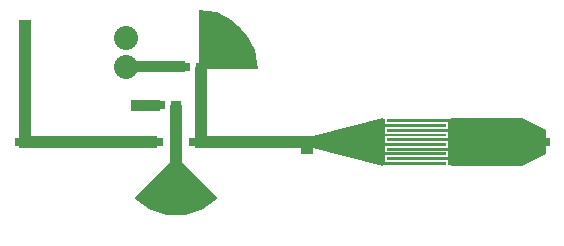
<source format=gbr>
G04 ===== Begin FILE IDENTIFICATION =====*
G04 File Format:  Gerber RS274X*
G04 ===== End FILE IDENTIFICATION =====*
%FSLAX24Y24*%
%MOIN*%
%SFA1.0000B1.0000*%
%OFA0.0B0.0*%
%ADD14R,0.027559X0.027559*%
%ADD15R,0.035433X0.031496*%
%ADD16C,0.080000*%
%ADD17R,0.039370X0.025591*%
%ADD18R,0.031496X0.165354*%
%LNTOP METAL*%
%IPPOS*%
%LPD*%
G75*
D14*
X1496Y10276D03*
X19055D03*
G36*
G01X7756Y10472D02*
G01Y12795D01*
G01X7362D01*
G01Y10472D01*
G01X7756D01*
G37*
G36*
G01X11102Y10472D02*
G01X10906D01*
G01Y10079D01*
G01X11102D01*
G01Y10472D01*
G37*
G36*
G01X11299Y10472D02*
G01X11102D01*
G01Y10079D01*
G01X11299D01*
G01Y10472D01*
G37*
G36*
G01X7559Y10079D02*
G01X7756D01*
G01Y10472D01*
G01X7559D01*
G01Y10079D01*
G37*
G36*
G01X7362Y10079D02*
G01X7559D01*
G01Y10472D01*
G01X7362D01*
G01Y10079D01*
G37*
G36*
G01X7489Y14694D02*
G01X8098Y14598D01*
G01X8647Y14318D01*
G01X9082Y13883D01*
G01X9362Y13334D01*
G01X9458Y12726D01*
G01X7629D01*
G01X7622Y12769D01*
G01X7602Y12807D01*
G01X7571Y12838D01*
G01X7532Y12858D01*
G01X7489Y12865D01*
G01Y14694D01*
G37*
G36*
G01X7489Y12865D02*
G01Y14694D01*
G01X8881Y14118D01*
G01X9458Y12726D01*
G01X7629D01*
G01X7489Y12865D01*
G37*
D15*
X7559Y12795D03*
X7047D03*
D16*
X5079D03*
Y13745D03*
D17*
X7362Y10276D03*
X6102D03*
D18*
X6732D03*
G36*
G01X1693Y10472D02*
G01X1496D01*
G01Y10079D01*
G01X1693D01*
G01Y10472D01*
G37*
G36*
G01X1890Y10472D02*
G01X1693D01*
G01Y10079D01*
G01X1890D01*
G01Y10472D01*
G37*
G36*
G01X7047Y12992D02*
G01X5079D01*
G01Y12598D01*
G01X7047D01*
G01Y12992D01*
G37*
G36*
G01X6102Y10472D02*
G01X1890D01*
G01Y10079D01*
G01X6102D01*
G01Y10472D01*
G37*
G36*
G01X10906Y10472D02*
G01X7756D01*
G01Y10079D01*
G01X10906D01*
G01Y10472D01*
G37*
G36*
G01X11299Y9882D02*
G01Y10079D01*
G01X10906D01*
G01Y9882D01*
G01X11299D01*
G37*
G36*
G01X8124Y8411D02*
G01X7626Y8049D01*
G01X7040Y7859D01*
G01X6424D01*
G01X5839Y8049D01*
G01X5340Y8411D01*
G01X6535Y9606D01*
G01X6606Y9555D01*
G01X6689Y9528D01*
G01X6776D01*
G01X6859Y9555D01*
G01X6929Y9606D01*
G01X8124Y8411D01*
G37*
G36*
G01X6929Y9606D02*
G01X8124Y8411D01*
G01X6732Y7835D01*
G01X5340Y8411D01*
G01X6535Y9606D01*
G01X6929D01*
G37*
D15*
X6220Y11496D03*
X6732D03*
G36*
G01X18268Y11063D02*
G01X19055Y10669D01*
G01Y9882D01*
G01X18268Y9488D01*
G01Y11063D01*
G37*
G36*
G01X6535Y11496D02*
G01Y9606D01*
G01X6929D01*
G01Y11496D01*
G01X6535D01*
G37*
G36*
G01X5236Y11299D02*
G01X6220D01*
G01Y11693D01*
G01X5236D01*
G01Y11299D01*
G37*
G36*
G01X13622Y11033D02*
G01Y9518D01*
G01X13720D01*
G01Y11033D01*
G01X13622D01*
G37*
G36*
G01X15807Y11033D02*
G01Y9518D01*
G01X15906D01*
G01Y11033D01*
G01X15807D01*
G37*
G36*
G01X15748Y9616D02*
G01X13720D01*
G01Y9518D01*
G01X15748D01*
G01Y9616D01*
G37*
G36*
G01X13780Y9675D02*
G01X15807D01*
G01Y9774D01*
G01X13780D01*
G01Y9675D01*
G37*
G36*
G01X15748Y9931D02*
G01X13720D01*
G01Y9833D01*
G01X15748D01*
G01Y9931D01*
G37*
G36*
G01X13780Y9990D02*
G01X15807D01*
G01Y10089D01*
G01X13780D01*
G01Y9990D01*
G37*
G36*
G01X15748Y10246D02*
G01X13720D01*
G01Y10148D01*
G01X15748D01*
G01Y10246D01*
G37*
G36*
G01X13780Y10305D02*
G01X15807D01*
G01Y10404D01*
G01X13780D01*
G01Y10305D01*
G37*
G36*
G01X15748Y10561D02*
G01X13720D01*
G01Y10463D01*
G01X15748D01*
G01Y10561D01*
G37*
G36*
G01X13780Y10620D02*
G01X15807D01*
G01Y10719D01*
G01X13780D01*
G01Y10620D01*
G37*
G36*
G01X15748Y10876D02*
G01X13720D01*
G01Y10778D01*
G01X15748D01*
G01Y10876D01*
G37*
G36*
G01X13780Y10935D02*
G01X15807D01*
G01Y11033D01*
G01X13780D01*
G01Y10935D01*
G37*
G36*
G01X18268Y11063D02*
G01X15906D01*
G01Y9488D01*
G01X18268D01*
G01Y11063D01*
G37*
G36*
G01X13622Y9488D02*
G01X11299Y10079D01*
G01Y10472D01*
G01X13622Y11063D01*
G01Y9488D01*
G37*
G36*
G01X1496Y14331D02*
G01Y10472D01*
G01X1890D01*
G01Y14331D01*
G01X1496D01*
G37*
M02*


</source>
